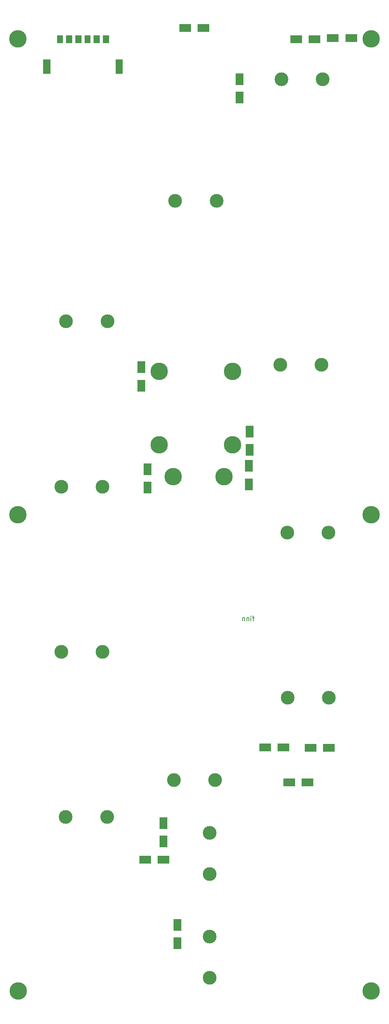
<source format=gts>
%TF.GenerationSoftware,KiCad,Pcbnew,8.0.4*%
%TF.CreationDate,2025-03-26T23:32:02-07:00*%
%TF.ProjectId,Stationary_X_Panel,53746174-696f-46e6-9172-795f585f5061,1.5*%
%TF.SameCoordinates,Original*%
%TF.FileFunction,Soldermask,Top*%
%TF.FilePolarity,Negative*%
%FSLAX46Y46*%
G04 Gerber Fmt 4.6, Leading zero omitted, Abs format (unit mm)*
G04 Created by KiCad (PCBNEW 8.0.4) date 2025-03-26 23:32:02*
%MOMM*%
%LPD*%
G01*
G04 APERTURE LIST*
%ADD10C,0.150000*%
%ADD11C,0.010000*%
%ADD12C,2.600000*%
%ADD13C,3.800000*%
%ADD14C,3.000000*%
%ADD15R,1.700000X2.500000*%
%ADD16R,2.500000X1.700000*%
G04 APERTURE END LIST*
D10*
X83746077Y-150143152D02*
X83365125Y-150143152D01*
X83603220Y-150809819D02*
X83603220Y-149952676D01*
X83603220Y-149952676D02*
X83555601Y-149857438D01*
X83555601Y-149857438D02*
X83460363Y-149809819D01*
X83460363Y-149809819D02*
X83365125Y-149809819D01*
X83031791Y-150809819D02*
X83031791Y-150143152D01*
X83031791Y-149809819D02*
X83079410Y-149857438D01*
X83079410Y-149857438D02*
X83031791Y-149905057D01*
X83031791Y-149905057D02*
X82984172Y-149857438D01*
X82984172Y-149857438D02*
X83031791Y-149809819D01*
X83031791Y-149809819D02*
X83031791Y-149905057D01*
X82555601Y-150143152D02*
X82555601Y-150809819D01*
X82555601Y-150238390D02*
X82507982Y-150190771D01*
X82507982Y-150190771D02*
X82412744Y-150143152D01*
X82412744Y-150143152D02*
X82269887Y-150143152D01*
X82269887Y-150143152D02*
X82174649Y-150190771D01*
X82174649Y-150190771D02*
X82127030Y-150286009D01*
X82127030Y-150286009D02*
X82127030Y-150809819D01*
X81650839Y-150143152D02*
X81650839Y-150809819D01*
X81650839Y-150238390D02*
X81603220Y-150190771D01*
X81603220Y-150190771D02*
X81507982Y-150143152D01*
X81507982Y-150143152D02*
X81365125Y-150143152D01*
X81365125Y-150143152D02*
X81269887Y-150190771D01*
X81269887Y-150190771D02*
X81222268Y-150286009D01*
X81222268Y-150286009D02*
X81222268Y-150809819D01*
D11*
%TO.C,J2*%
X39221200Y-31521200D02*
X37718800Y-31521200D01*
X37718800Y-28468800D01*
X39221200Y-28468800D01*
X39221200Y-31521200D01*
G36*
X39221200Y-31521200D02*
G01*
X37718800Y-31521200D01*
X37718800Y-28468800D01*
X39221200Y-28468800D01*
X39221200Y-31521200D01*
G37*
X41991200Y-24821200D02*
X40738800Y-24821200D01*
X40738800Y-23218800D01*
X41991200Y-23218800D01*
X41991200Y-24821200D01*
G36*
X41991200Y-24821200D02*
G01*
X40738800Y-24821200D01*
X40738800Y-23218800D01*
X41991200Y-23218800D01*
X41991200Y-24821200D01*
G37*
X43991200Y-24821200D02*
X42738800Y-24821200D01*
X42738800Y-23218800D01*
X43991200Y-23218800D01*
X43991200Y-24821200D01*
G36*
X43991200Y-24821200D02*
G01*
X42738800Y-24821200D01*
X42738800Y-23218800D01*
X43991200Y-23218800D01*
X43991200Y-24821200D01*
G37*
X45991200Y-24821200D02*
X44738800Y-24821200D01*
X44738800Y-23218800D01*
X45991200Y-23218800D01*
X45991200Y-24821200D01*
G36*
X45991200Y-24821200D02*
G01*
X44738800Y-24821200D01*
X44738800Y-23218800D01*
X45991200Y-23218800D01*
X45991200Y-24821200D01*
G37*
X47991200Y-24821200D02*
X46738800Y-24821200D01*
X46738800Y-23218800D01*
X47991200Y-23218800D01*
X47991200Y-24821200D01*
G36*
X47991200Y-24821200D02*
G01*
X46738800Y-24821200D01*
X46738800Y-23218800D01*
X47991200Y-23218800D01*
X47991200Y-24821200D01*
G37*
X49991200Y-24821200D02*
X48738800Y-24821200D01*
X48738800Y-23218800D01*
X49991200Y-23218800D01*
X49991200Y-24821200D01*
G36*
X49991200Y-24821200D02*
G01*
X48738800Y-24821200D01*
X48738800Y-23218800D01*
X49991200Y-23218800D01*
X49991200Y-24821200D01*
G37*
X51991200Y-24821200D02*
X50738800Y-24821200D01*
X50738800Y-23218800D01*
X51991200Y-23218800D01*
X51991200Y-24821200D01*
G36*
X51991200Y-24821200D02*
G01*
X50738800Y-24821200D01*
X50738800Y-23218800D01*
X51991200Y-23218800D01*
X51991200Y-24821200D01*
G37*
X55011200Y-31521200D02*
X53508800Y-31521200D01*
X53508800Y-28468800D01*
X55011200Y-28468800D01*
X55011200Y-31521200D01*
G36*
X55011200Y-31521200D02*
G01*
X53508800Y-31521200D01*
X53508800Y-28468800D01*
X55011200Y-28468800D01*
X55011200Y-31521200D01*
G37*
%TD*%
D12*
%TO.C,H12*%
X109240000Y-127760000D03*
D13*
X109240000Y-127760000D03*
%TD*%
D14*
%TO.C,SC8*%
X98450000Y-95070000D03*
X89450000Y-95070000D03*
%TD*%
D15*
%TO.C,D14*%
X59165000Y-95595000D03*
X59165000Y-99595000D03*
%TD*%
%TO.C,D6*%
X66976000Y-221132000D03*
X66976000Y-217132000D03*
%TD*%
D14*
%TO.C,SC2*%
X51750000Y-85595000D03*
X42750000Y-85595000D03*
%TD*%
D16*
%TO.C,D4*%
X95415000Y-186095000D03*
X91415000Y-186095000D03*
%TD*%
%TO.C,D2*%
X72715000Y-21670000D03*
X68715000Y-21670000D03*
%TD*%
D12*
%TO.C,H8*%
X32260000Y-231510000D03*
D13*
X32260000Y-231510000D03*
%TD*%
D14*
%TO.C,SC1*%
X66525000Y-59345000D03*
X75525000Y-59345000D03*
%TD*%
%TO.C,SC12*%
X74080000Y-206030000D03*
X74080000Y-197030000D03*
%TD*%
%TO.C,SC11*%
X75240000Y-185520000D03*
X66240000Y-185520000D03*
%TD*%
D15*
%TO.C,D3*%
X60505000Y-117825000D03*
X60505000Y-121825000D03*
%TD*%
D16*
%TO.C,D11*%
X90150000Y-178430000D03*
X86150000Y-178430000D03*
%TD*%
%TO.C,D5*%
X59980000Y-202930000D03*
X63980000Y-202930000D03*
%TD*%
D14*
%TO.C,SC9*%
X99970000Y-131590000D03*
X90970000Y-131590000D03*
%TD*%
D12*
%TO.C,H9*%
X32240000Y-127750000D03*
D13*
X32240000Y-127750000D03*
%TD*%
D15*
%TO.C,D1*%
X80600000Y-32790000D03*
X80600000Y-36790000D03*
%TD*%
D12*
%TO.C,H3*%
X63000000Y-112500000D03*
D13*
X63000000Y-112500000D03*
%TD*%
D15*
%TO.C,D8*%
X82800000Y-109600000D03*
X82800000Y-113600000D03*
%TD*%
D14*
%TO.C,SC7*%
X89665000Y-32845000D03*
X98665000Y-32845000D03*
%TD*%
D12*
%TO.C,H10*%
X32250000Y-24010000D03*
D13*
X32250000Y-24010000D03*
%TD*%
D12*
%TO.C,H2*%
X77200000Y-119400000D03*
D13*
X77200000Y-119400000D03*
%TD*%
D14*
%TO.C,SC6*%
X74080000Y-228670000D03*
X74080000Y-219670000D03*
%TD*%
D12*
%TO.C,H5*%
X63000000Y-96500000D03*
D13*
X63000000Y-96500000D03*
%TD*%
D14*
%TO.C,SC5*%
X51665000Y-193595000D03*
X42665000Y-193595000D03*
%TD*%
D12*
%TO.C,H7*%
X109240000Y-231500000D03*
D13*
X109240000Y-231500000D03*
%TD*%
D12*
%TO.C,H4*%
X79000000Y-112500000D03*
D13*
X79000000Y-112500000D03*
%TD*%
D16*
%TO.C,D13*%
X92915000Y-24095000D03*
X96915000Y-24095000D03*
%TD*%
D15*
%TO.C,D9*%
X82565000Y-117095000D03*
X82565000Y-121095000D03*
%TD*%
%TO.C,D12*%
X63950000Y-198970000D03*
X63950000Y-194970000D03*
%TD*%
D12*
%TO.C,H11*%
X109260000Y-24000000D03*
D13*
X109260000Y-24000000D03*
%TD*%
D14*
%TO.C,SC4*%
X50665000Y-157595000D03*
X41665000Y-157595000D03*
%TD*%
%TO.C,SC3*%
X50680000Y-121595000D03*
X41680000Y-121595000D03*
%TD*%
D16*
%TO.C,D10*%
X100060000Y-178520000D03*
X96060000Y-178520000D03*
%TD*%
D14*
%TO.C,SC10*%
X100020000Y-167610000D03*
X91020000Y-167610000D03*
%TD*%
D12*
%TO.C,H6*%
X79000000Y-96500000D03*
D13*
X79000000Y-96500000D03*
%TD*%
D12*
%TO.C,H1*%
X66100000Y-119400000D03*
D13*
X66100000Y-119400000D03*
%TD*%
D16*
%TO.C,D7*%
X100915000Y-23845000D03*
X104915000Y-23845000D03*
%TD*%
M02*

</source>
